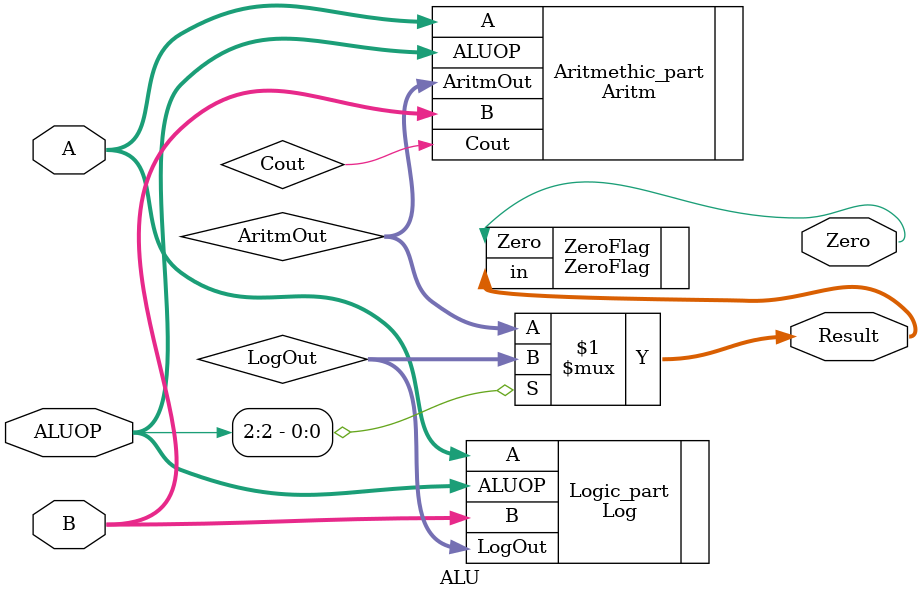
<source format=v>
`timescale 1ns / 1ps


module ALU( input [31:0] A,B,
            input [3:0] ALUOP,
            output[31:0] Result,
            output Zero);
            
wire [31:0] AritmOut, LogOut;
            
Aritm Aritmethic_part(.AritmOut(AritmOut),.A(A),.B(B),.ALUOP(ALUOP),.Cout(Cout));
            
Log Logic_part(.LogOut(LogOut),.A(A),.B(B),.ALUOP(ALUOP));

assign Result = ALUOP[2] ? LogOut : AritmOut;

ZeroFlag ZeroFlag(.in(Result),.Zero(Zero));
                      
endmodule

</source>
